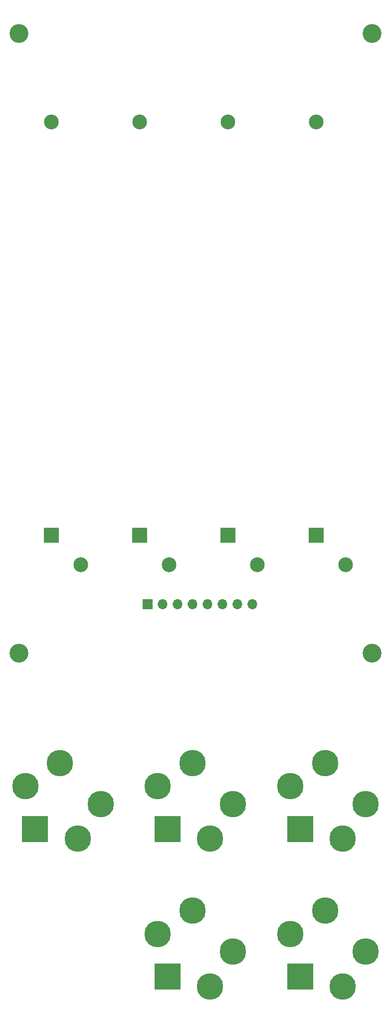
<source format=gbr>
%TF.GenerationSoftware,KiCad,Pcbnew,5.1.10-88a1d61d58~90~ubuntu20.04.1*%
%TF.CreationDate,2021-08-12T14:59:43-04:00*%
%TF.ProjectId,ao_audio_mixer,616f5f61-7564-4696-9f5f-6d697865722e,rev?*%
%TF.SameCoordinates,Original*%
%TF.FileFunction,Soldermask,Top*%
%TF.FilePolarity,Negative*%
%FSLAX46Y46*%
G04 Gerber Fmt 4.6, Leading zero omitted, Abs format (unit mm)*
G04 Created by KiCad (PCBNEW 5.1.10-88a1d61d58~90~ubuntu20.04.1) date 2021-08-12 14:59:43*
%MOMM*%
%LPD*%
G01*
G04 APERTURE LIST*
%ADD10C,3.200000*%
%ADD11R,2.500000X2.500000*%
%ADD12C,2.500000*%
%ADD13C,4.500001*%
%ADD14C,4.500000*%
%ADD15R,4.500001X4.500001*%
%ADD16O,1.700000X1.700000*%
%ADD17R,1.700000X1.700000*%
G04 APERTURE END LIST*
D10*
%TO.C,H6*%
X220000000Y-39000000D03*
%TD*%
%TO.C,H8*%
X220000000Y-144000000D03*
%TD*%
%TO.C,H7*%
X160000000Y-144000000D03*
%TD*%
D11*
%TO.C,RV2*%
X165500000Y-124000000D03*
D12*
X170500000Y-129000000D03*
X165500000Y-54000000D03*
%TD*%
D11*
%TO.C,RV1*%
X210500000Y-124000000D03*
D12*
X215500000Y-129000000D03*
X210500000Y-54000000D03*
%TD*%
D11*
%TO.C,RV4*%
X195500000Y-124000000D03*
D12*
X200500000Y-129000000D03*
X195500000Y-54000000D03*
%TD*%
D11*
%TO.C,RV3*%
X180500000Y-124000000D03*
D12*
X185500000Y-129000000D03*
X180500000Y-54000000D03*
%TD*%
D10*
%TO.C,H5*%
X160000000Y-39000000D03*
%TD*%
D13*
%TO.C,J2*%
X192500000Y-175400000D03*
D14*
X183600000Y-166500000D03*
D13*
X196400000Y-169500000D03*
D15*
X185260000Y-173740000D03*
D14*
X189500000Y-162600000D03*
%TD*%
D13*
%TO.C,J1*%
X170000000Y-175400000D03*
D14*
X161100000Y-166500000D03*
D13*
X173900000Y-169500000D03*
D15*
X162760000Y-173740000D03*
D14*
X167000000Y-162600000D03*
%TD*%
D13*
%TO.C,J3*%
X215000000Y-175400000D03*
D14*
X206100000Y-166500000D03*
D13*
X218900000Y-169500000D03*
D15*
X207760000Y-173740000D03*
D14*
X212000000Y-162600000D03*
%TD*%
D16*
%TO.C,J4*%
X199700000Y-135680000D03*
X197160000Y-135680000D03*
X194620000Y-135680000D03*
X192080000Y-135680000D03*
X189540000Y-135680000D03*
X187000000Y-135680000D03*
X184460000Y-135680000D03*
D17*
X181920000Y-135680000D03*
%TD*%
D13*
%TO.C,J5*%
X192500000Y-200400000D03*
D14*
X183600000Y-191500000D03*
D13*
X196400000Y-194500000D03*
D15*
X185260000Y-198740000D03*
D14*
X189500000Y-187600000D03*
%TD*%
D13*
%TO.C,J6*%
X215000000Y-200400000D03*
D14*
X206100000Y-191500000D03*
D13*
X218900000Y-194500000D03*
D15*
X207760000Y-198740000D03*
D14*
X212000000Y-187600000D03*
%TD*%
M02*

</source>
